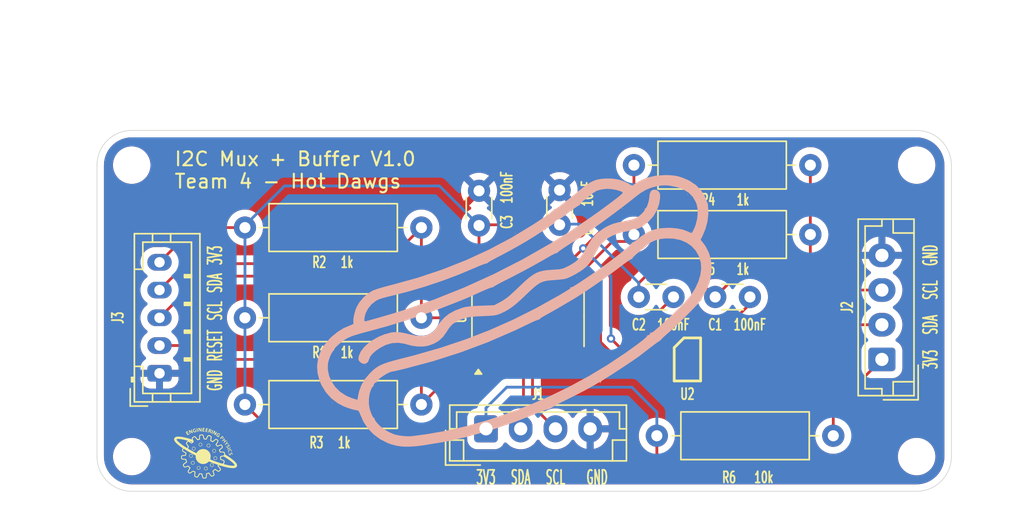
<source format=kicad_pcb>
(kicad_pcb (version 20241229) (generator "pcbnew") (generator_version "9.0")
  (layers (0 "F.Cu" signal) (2 "B.Cu" signal) (13 "F.Paste" user) (15 "B.Paste" user) (5 "F.SilkS" user "F.Silkscreen") (7 "B.SilkS" user "B.Silkscreen") (1 "F.Mask" user) (3 "B.Mask" user) (25 "Edge.Cuts" user))
  (net 0 "")
  (net 1 "+3V3")
  (net 2 "Net-(U2-VCCB)")
  (net 3 "Net-(U2-VCCA)")
  (net 4 "GND")
  (net 5 "Net-(J1-Pin_3)")
  (net 6 "Net-(J1-Pin_2)")
  (net 7 "Net-(J2-Pin_2)")
  (net 8 "Net-(J2-Pin_3)")
  (net 9 "Net-(J3-Pin_2)")
  (net 10 "Net-(J3-Pin_3)")
  (net 11 "Net-(J3-Pin_4)")
  (net 12 "Net-(U2-EN)")
  (net 23 "Net-(U1-SC4)")
  (net 24 "Net-(U1-SD4)")
  (footprint "Library:DGK0008A" (layer "F.Cu") (at 86 88.5)
    (property "Reference" "U2" (at 0.000002 2.5 0) (layer "F.SilkS") (effects (font (size 0.8 0.5) (thickness 0.125))))
    (property "Value" "TCA9617ADGKR")
    (pad "1" smd oval (at -2.099998 -0.975002 90) (size 0.449999 1.699999) (layers "F.Cu" "F.Mask" "F.Paste") (net 3 "Net-(U2-VCCA)"))
    (pad "2" smd oval (at -2.099998 -0.325001 90) (size 0.449999 1.699999) (layers "F.Cu" "F.Mask" "F.Paste") (net 23 "Net-(U1-SC4)"))
    (pad "3" smd oval (at -2.099998 0.324998 90) (size 0.449999 1.699999) (layers "F.Cu" "F.Mask" "F.Paste") (net 24 "Net-(U1-SD4)"))
    (pad "4" smd oval (at -2.099998 0.974999 90) (size 0.449999 1.699999) (layers "F.Cu" "F.Mask" "F.Paste") (net 4 "GND"))
    (pad "5" smd oval (at 2.100001 0.974999 90) (size 0.449999 1.699999) (layers "F.Cu" "F.Mask" "F.Paste") (net 12 "Net-(U2-EN)"))
    (pad "6" smd oval (at 2.100001 0.324998 90) (size 0.449999 1.699999) (layers "F.Cu" "F.Mask" "F.Paste") (net 7 "Net-(J2-Pin_2)"))
    (pad "7" smd oval (at 2.100001 -0.325001 90) (size 0.449999 1.699999) (layers "F.Cu" "F.Mask" "F.Paste") (net 8 "Net-(J2-Pin_3)"))
    (pad "8" smd oval (at 2.100001 -0.975002 90) (size 0.449999 1.699999) (layers "F.Cu" "F.Mask" "F.Paste") (net 2 "Net-(U2-VCCB)"))
  )
  (footprint "Resistor_THT:R_Axial_DIN0309_L9.0mm_D3.2mm_P12.70mm_Horizontal" (layer "F.Cu") (at 96.5 94 180)
    (property "Reference" "R6" (at 7.5 -3 0) (layer "F.SilkS") (effects (font (size 0.8 0.5) (thickness 0.125))))
    (property "Value" "10k" (at 5 -3 0) (layer "F.SilkS") (effects (font (size 0.8 0.5) (thickness 0.125))))
    (pad "1" thru_hole circle (at 0 0 180) (size 1.6 1.6) (drill 0.8) (layers "*.Cu" "*.Mask") (net 12 "Net-(U2-EN)"))
    (pad "2" thru_hole circle (at 12.7 0 180) (size 1.6 1.6) (drill 0.8) (layers "*.Cu" "*.Mask") (net 1 "+3V3"))
  )
  (footprint "Connector_JST:JST_EH_B4B-EH-A_1x04_P2.50mm_Vertical" (layer "F.Cu") (at 71.5 93.5)
    (property "Reference" "J1" (at 3.75 -2.5 0) (layer "F.SilkS") (effects (font (size 0.8 0.5) (thickness 0.125))))
    (property "Value" "ToF Chassis")
    (pad "1" thru_hole roundrect (at 0 0) (size 1.7 1.95) (drill 0.95) (layers "*.Cu" "*.Mask") (roundrect_rratio 0.147059) (net 1 "+3V3"))
    (pad "2" thru_hole oval (at 2.5 0) (size 1.7 1.95) (drill 0.95) (layers "*.Cu" "*.Mask") (net 6 "Net-(J1-Pin_2)"))
    (pad "3" thru_hole oval (at 5 0) (size 1.7 1.95) (drill 0.95) (layers "*.Cu" "*.Mask") (net 5 "Net-(J1-Pin_3)"))
    (pad "4" thru_hole oval (at 7.5 0) (size 1.7 1.95) (drill 0.95) (layers "*.Cu" "*.Mask") (net 4 "GND"))
  )
  (footprint "Capacitor_THT:C_Disc_D3.0mm_W1.6mm_P2.50mm" (layer "F.Cu") (at 71 78.85 90)
    (property "Reference" "C3" (at 0.25 2 90) (layer "F.SilkS") (effects (font (size 0.8 0.5) (thickness 0.125))))
    (property "Value" "100nF" (at 2.75 2 90) (layer "F.SilkS") (effects (font (size 0.8 0.5) (thickness 0.125))))
    (pad "1" thru_hole circle (at 0 0 90) (size 1.6 1.6) (drill 0.8) (layers "*.Cu" "*.Mask") (net 1 "+3V3"))
    (pad "2" thru_hole circle (at 2.5 0 90) (size 1.6 1.6) (drill 0.8) (layers "*.Cu" "*.Mask") (net 4 "GND"))
  )
  (footprint "Capacitor_THT:C_Disc_D3.0mm_W1.6mm_P2.50mm" (layer "F.Cu") (at 76.8 78.8 90)
    (property "Reference" "C4" (at -0.25 2 90) (layer "F.SilkS") (effects (font (size 0.8 0.5) (thickness 0.125))))
    (property "Value" "10uF" (at 2.25 2 90) (layer "F.SilkS") (effects (font (size 0.8 0.5) (thickness 0.125))))
    (pad "1" thru_hole circle (at 0 0 90) (size 1.6 1.6) (drill 0.8) (layers "*.Cu" "*.Mask") (net 1 "+3V3"))
    (pad "2" thru_hole circle (at 2.5 0 90) (size 1.6 1.6) (drill 0.8) (layers "*.Cu" "*.Mask") (net 4 "GND"))
  )
  (footprint "MountingHole:MountingHole_2.2mm_M2" (layer "F.Cu") (at 102.5 95.5)
    (property "Reference" "REF**" (hide yes))
    (property "Value" "MountingHole_2.2mm_M2" (hide yes))
    (pad "" np_thru_hole circle (at 0 0) (size 2.2 2.2) (drill 2.2) (layers "*.Cu" "*.Mask"))
  )
  (footprint "Capacitor_THT:C_Disc_D3.0mm_W1.6mm_P2.50mm" (layer "F.Cu") (at 88 84)
    (property "Reference" "C1" (at 0 2 0) (layer "F.SilkS") (effects (font (size 0.8 0.5) (thickness 0.125))))
    (property "Value" "100nF" (at 2.5 2 0) (layer "F.SilkS") (effects (font (size 0.8 0.5) (thickness 0.125))))
    (pad "1" thru_hole circle (at 0 0) (size 1.6 1.6) (drill 0.8) (layers "*.Cu" "*.Mask") (net 1 "+3V3"))
    (pad "2" thru_hole circle (at 2.5 0) (size 1.6 1.6) (drill 0.8) (layers "*.Cu" "*.Mask") (net 2 "Net-(U2-VCCB)"))
  )
  (footprint "Package_SO:TSSOP-24_4.4x7.8mm_P0.65mm" (layer "F.Cu") (at 74.525 85.3625 90)
    (property "Reference" "U1" (at 0 -4.85 90) (layer "F.SilkS") (effects (font (size 0.8 0.5) (thickness 0.125))))
    (property "Value" "TCA9548APWR")
    (pad "1" smd roundrect (at -2.8625 -3.575 90) (size 1.475 0.4) (layers "F.Cu" "F.Mask" "F.Paste") (net 4 "GND"))
    (pad "2" smd roundrect (at -2.8625 -2.925 90) (size 1.475 0.4) (layers "F.Cu" "F.Mask" "F.Paste") (net 4 "GND"))
    (pad "3" smd roundrect (at -2.8625 -2.275 90) (size 1.475 0.4) (layers "F.Cu" "F.Mask" "F.Paste") (net 9 "Net-(J3-Pin_2)"))
    (pad "4" smd roundrect (at -2.8625 -1.625 90) (size 1.475 0.4) (layers "F.Cu" "F.Mask" "F.Paste"))
    (pad "5" smd roundrect (at -2.8625 -0.975 90) (size 1.475 0.4) (layers "F.Cu" "F.Mask" "F.Paste"))
    (pad "6" smd roundrect (at -2.8625 -0.325 90) (size 1.475 0.4) (layers "F.Cu" "F.Mask" "F.Paste") (net 6 "Net-(J1-Pin_2)"))
    (pad "7" smd roundrect (at -2.8625 0.325 90) (size 1.475 0.4) (layers "F.Cu" "F.Mask" "F.Paste") (net 5 "Net-(J1-Pin_3)"))
    (pad "8" smd roundrect (at -2.8625 0.975 90) (size 1.475 0.4) (layers "F.Cu" "F.Mask" "F.Paste"))
    (pad "9" smd roundrect (at -2.8625 1.625 90) (size 1.475 0.4) (layers "F.Cu" "F.Mask" "F.Paste"))
    (pad "10" smd roundrect (at -2.8625 2.275 90) (size 1.475 0.4) (layers "F.Cu" "F.Mask" "F.Paste"))
    (pad "11" smd roundrect (at -2.8625 2.925 90) (size 1.475 0.4) (layers "F.Cu" "F.Mask" "F.Paste"))
    (pad "12" smd roundrect (at -2.8625 3.575 90) (size 1.475 0.4) (layers "F.Cu" "F.Mask" "F.Paste") (net 4 "GND"))
    (pad "13" smd roundrect (at 2.8625 3.575 90) (size 1.475 0.4) (layers "F.Cu" "F.Mask" "F.Paste") (net 24 "Net-(U1-SD4)"))
    (pad "14" smd roundrect (at 2.8625 2.925 90) (size 1.475 0.4) (layers "F.Cu" "F.Mask" "F.Paste") (net 23 "Net-(U1-SC4)"))
    (pad "15" smd roundrect (at 2.8625 2.275 90) (size 1.475 0.4) (layers "F.Cu" "F.Mask" "F.Paste"))
    (pad "16" smd roundrect (at 2.8625 1.625 90) (size 1.475 0.4) (layers "F.Cu" "F.Mask" "F.Paste"))
    (pad "17" smd roundrect (at 2.8625 0.975 90) (size 1.475 0.4) (layers "F.Cu" "F.Mask" "F.Paste"))
    (pad "18" smd roundrect (at 2.8625 0.325 90) (size 1.475 0.4) (layers "F.Cu" "F.Mask" "F.Paste"))
    (pad "19" smd roundrect (at 2.8625 -0.325 90) (size 1.475 0.4) (layers "F.Cu" "F.Mask" "F.Paste"))
    (pad "20" smd roundrect (at 2.8625 -0.975 90) (size 1.475 0.4) (layers "F.Cu" "F.Mask" "F.Paste"))
    (pad "21" smd roundrect (at 2.8625 -1.625 90) (size 1.475 0.4) (layers "F.Cu" "F.Mask" "F.Paste") (net 4 "GND"))
    (pad "22" smd roundrect (at 2.8625 -2.275 90) (size 1.475 0.4) (layers "F.Cu" "F.Mask" "F.Paste") (net 10 "Net-(J3-Pin_3)"))
    (pad "23" smd roundrect (at 2.8625 -2.925 90) (size 1.475 0.4) (layers "F.Cu" "F.Mask" "F.Paste") (net 11 "Net-(J3-Pin_4)"))
    (pad "24" smd roundrect (at 2.8625 -3.575 90) (size 1.475 0.4) (layers "F.Cu" "F.Mask" "F.Paste") (net 1 "+3V3"))
  )
  (footprint "Resistor_THT:R_Axial_DIN0309_L9.0mm_D3.2mm_P12.70mm_Horizontal" (layer "F.Cu") (at 82.15 79.5)
    (property "Reference" "R5" (at 5.35 2.5 0) (layer "F.SilkS") (effects (font (size 0.8 0.5) (thickness 0.125))))
    (property "Value" "1k" (at 7.85 2.5 0) (layer "F.SilkS") (effects (font (size 0.8 0.5) (thickness 0.125))))
    (pad "1" thru_hole circle (at 0 0) (size 1.6 1.6) (drill 0.8) (layers "*.Cu" "*.Mask") (net 24 "Net-(U1-SD4)"))
    (pad "2" thru_hole circle (at 12.7 0) (size 1.6 1.6) (drill 0.8) (layers "*.Cu" "*.Mask") (net 1 "+3V3"))
  )
  (footprint "MountingHole:MountingHole_2.2mm_M2" (layer "F.Cu") (at 46 74.5)
    (property "Reference" "REF**" (hide yes))
    (property "Value" "MountingHole_2.2mm_M2" (hide yes))
    (pad "" np_thru_hole circle (at 0 0) (size 2.2 2.2) (drill 2.2) (layers "*.Cu" "*.Mask"))
  )
  (footprint "Capacitor_THT:C_Disc_D3.0mm_W1.6mm_P2.50mm" (layer "F.Cu") (at 82.5 84)
    (property "Reference" "C2" (at 0 2 0) (layer "F.SilkS") (effects (font (size 0.8 0.5) (thickness 0.125))))
    (property "Value" "100nF" (hide yes))
    (pad "1" thru_hole circle (at 0 0) (size 1.6 1.6) (drill 0.8) (layers "*.Cu" "*.Mask") (net 1 "+3V3"))
    (pad "2" thru_hole circle (at 2.5 0) (size 1.6 1.6) (drill 0.8) (layers "*.Cu" "*.Mask") (net 3 "Net-(U2-VCCA)"))
  )
  (footprint "lib_luca:fizz-logo" (layer "F.Cu") (at 51.25 95.25)
    (property "Reference" "G***" (hide yes))
    (property "Value" "LOGO" (hide yes))
  )
  (footprint "Resistor_THT:R_Axial_DIN0309_L9.0mm_D3.2mm_P12.70mm_Horizontal" (layer "F.Cu") (at 54.15 79)
    (property "Reference" "R2" (at 5.35 2.5 0) (layer "F.SilkS") (effects (font (size 0.8 0.5) (thickness 0.125))))
    (property "Value" "1k" (hide yes))
    (pad "1" thru_hole circle (at 0 0) (size 1.6 1.6) (drill 0.8) (layers "*.Cu" "*.Mask") (net 1 "+3V3"))
    (pad "2" thru_hole circle (at 12.7 0) (size 1.6 1.6) (drill 0.8) (layers "*.Cu" "*.Mask") (net 11 "Net-(J3-Pin_4)"))
  )
  (footprint "Resistor_THT:R_Axial_DIN0309_L9.0mm_D3.2mm_P12.70mm_Horizontal" (layer "F.Cu") (at 82.15 74.5)
    (property "Reference" "R4" (at 5.35 2.5 0) (layer "F.SilkS") (effects (font (size 0.8 0.5) (thickness 0.125))))
    (property "Value" "1k" (hide yes))
    (pad "1" thru_hole circle (at 0 0) (size 1.6 1.6) (drill 0.8) (layers "*.Cu" "*.Mask") (net 23 "Net-(U1-SC4)"))
    (pad "2" thru_hole circle (at 12.7 0) (size 1.6 1.6) (drill 0.8) (layers "*.Cu" "*.Mask") (net 1 "+3V3"))
  )
  (footprint "Connector_JST:JST_PH_B5B-PH-K_1x05_P2.00mm_Vertical" (layer "F.Cu") (at 48 89.5 90)
    (property "Reference" "J3" (at 4 -3 90) (layer "F.SilkS") (effects (font (size 0.8 0.5) (thickness 0.125))))
    (property "Value" "Raspberry Pi")
    (pad "1" thru_hole roundrect (at 0 0 90) (size 1.2 1.75) (drill 0.75) (layers "*.Cu" "*.Mask") (roundrect_rratio 0.208333) (net 4 "GND"))
    (pad "2" thru_hole oval (at 2 0 90) (size 1.2 1.75) (drill 0.75) (layers "*.Cu" "*.Mask") (net 9 "Net-(J3-Pin_2)"))
    (pad "3" thru_hole oval (at 4 0 90) (size 1.2 1.75) (drill 0.75) (layers "*.Cu" "*.Mask") (net 10 "Net-(J3-Pin_3)"))
    (pad "4" thru_hole oval (at 6 0 90) (size 1.2 1.75) (drill 0.75) (layers "*.Cu" "*.Mask") (net 11 "Net-(J3-Pin_4)"))
    (pad "5" thru_hole oval (at 8 0 90) (size 1.2 1.75) (drill 0.75) (layers "*.Cu" "*.Mask") (net 1 "+3V3"))
  )
  (footprint "MountingHole:MountingHole_2.2mm_M2" (layer "F.Cu") (at 102.5 74.5)
    (property "Reference" "REF**" (hide yes))
    (property "Value" "MountingHole_2.2mm_M2" (hide yes))
    (pad "" np_thru_hole circle (at 0 0) (size 2.2 2.2) (drill 2.2) (layers "*.Cu" "*.Mask"))
  )
  (footprint "MountingHole:MountingHole_2.2mm_M2" (layer "F.Cu") (at 46 95.5)
    (property "Reference" "REF**" (hide yes))
    (property "Value" "MountingHole_2.2mm_M2")
    (pad "" np_thru_hole circle (at 0 0) (size 2.2 2.2) (drill 2.2) (layers "*.Cu" "*.Mask"))
  )
  (footprint "Connector_JST:JST_EH_B4B-EH-A_1x04_P2.50mm_Vertical" (layer "F.Cu") (at 100 88.5 90)
    (property "Reference" "J2" (at 3.75 -2.5 90) (layer "F.SilkS") (effects (font (size 0.8 0.5) (thickness 0.125))))
    (property "Value" "ToF Claw")
    (pad "1" thru_hole roundrect (at 0 0 90) (size 1.7 1.95) (drill 0.95) (layers "*.Cu" "*.Mask") (roundrect_rratio 0.147059) (net 1 "+3V3"))
    (pad "2" thru_hole oval (at 2.5 0 90) (size 1.7 1.95) (drill 0.95) (layers "*.Cu" "*.Mask") (net 7 "Net-(J2-Pin_2)"))
    (pad "3" thru_hole oval (at 5 0 90) (size 1.7 1.95) (drill 0.95) (layers "*.Cu" "*.Mask") (net 8 "Net-(J2-Pin_3)"))
    (pad "4" thru_hole oval (at 7.5 0 90) (size 1.7 1.95) (drill 0.95) (layers "*.Cu" "*.Mask") (net 4 "GND"))
  )
  (footprint "Resistor_THT:R_Axial_DIN0309_L9.0mm_D3.2mm_P12.70mm_Horizontal" (layer "F.Cu") (at 54.15 85.5)
    (property "Reference" "R1" (at 5.35 2.5 0) (layer "F.SilkS") (effects (font (size 0.8 0.5) (thickness 0.125))))
    (property "Value" "1k" (hide yes))
    (pad "1" thru_hole circle (at 0 0) (size 1.6 1.6) (drill 0.8) (layers "*.Cu" "*.Mask") (net 1 "+3V3"))
    (pad "2" thru_hole circle (at 12.7 0) (size 1.6 1.6) (drill 0.8) (layers "*.Cu" "*.Mask") (net 10 "Net-(J3-Pin_3)"))
  )
  (footprint "Resistor_THT:R_Axial_DIN0309_L9.0mm_D3.2mm_P12.70mm_Horizontal" (layer "F.Cu") (at 54.15 91.75)
    (property "Reference" "R3" (at 5.147619 2.75 0) (layer "F.SilkS") (effects (font (size 0.8 0.5) (thickness 0.125))))
    (property "Value" "1k" (hide yes))
    (pad "1" thru_hole circle (at 0 0) (size 1.6 1.6) (drill 0.8) (layers "*.Cu" "*.Mask") (net 1 "+3V3"))
    (pad "2" thru_hole circle (at 12.7 0) (size 1.6 1.6) (drill 0.8) (layers "*.Cu" "*.Mask") (net 9 "Net-(J3-Pin_2)"))
  )
  (footprint "lib_luca:hotdog-taichi" (layer "B.Cu") (at 73.5 85 180)
    (property "Reference" "G***" (hide yes))
    (property "Value" "LOGO" (hide yes))
  )
  (gr_line (start 43.5 95.5) (end 43.5 74.5) (stroke (width 0.05)) (layer "Edge.Cuts"))
  (gr_line (start 102.5 98) (end 46 98) (stroke (width 0.05)) (layer "Edge.Cuts"))
  (gr_line (start 105 74.5) (end 105 95.5) (stroke (width 0.05)) (layer "Edge.Cuts"))
  (gr_arc (start 105 95.5) (mid 104.267767 97.267767) (end 102.5 98) (stroke (width 0.05)) (layer "Edge.Cuts"))
  (gr_arc (start 102.5 72) (mid 104.267767 72.732233) (end 105 74.5) (stroke (width 0.05)) (layer "Edge.Cuts"))
  (gr_line (start 46 72) (end 102.5 72) (stroke (width 0.05)) (layer "Edge.Cuts"))
  (gr_arc (start 43.5 74.5) (mid 44.232233 72.732233) (end 46 72) (stroke (width 0.05)) (layer "Edge.Cuts"))
  (gr_arc (start 46 98) (mid 44.232233 97.267767) (end 43.5 95.5) (stroke (width 0.05)) (layer "Edge.Cuts"))
  (gr_text "RESET" (at 52 87.5 90) (layer "F.SilkS") (effects (font (size 1 0.5) (thickness 0.125))))
  (gr_text "1k" (at 61.297619 94.5 0) (layer "F.SilkS") (effects (font (size 0.8 0.5) (thickness 0.125))))
  (gr_text "SDA" (at 74 97 0) (layer "F.SilkS") (effects (font (size 1 0.5) (thickness 0.125))))
  (gr_text "SDA" (at 103.5 86 90) (layer "F.SilkS") (effects (font (size 1 0.5) (thickness 0.125))))
  (gr_text "GND" (at 103.5 81 90) (layer "F.SilkS") (effects (font (size 1 0.5) (thickness 0.125))))
  (gr_text "1k" (at 61.5 88 0) (layer "F.SilkS") (effects (font (size 0.8 0.5) (thickness 0.125))))
  (gr_text "SCL" (at 76.5 97 0) (layer "F.SilkS") (effects (font (size 1 0.5) (thickness 0.125))))
  (gr_text "100nF" (at 85 86 0) (layer "F.SilkS") (effects (font (size 0.8 0.5) (thickness 0.125))))
  (gr_text "1k" (at 90 77 0) (layer "F.SilkS") (effects (font (size 0.8 0.5) (thickness 0.125))))
  (gr_text "3V3" (at 71.5 97 0) (layer "F.SilkS") (effects (font (size 1 0.5) (thickness 0.125))))
  (gr_text "1k" (at 61.5 81.5 0) (layer "F.SilkS") (effects (font (size 0.8 0.5) (thickness 0.125))))
  (gr_text "SDA" (at 52 83 90) (layer "F.SilkS") (effects (font (size 1 0.5) (thickness 0.125))))
  (gr_text "SCL" (at 103.5 83.5 90) (layer "F.SilkS") (effects (font (size 1 0.5) (thickness 0.125))))
  (gr_text "GND" (at 79.5 97 0) (layer "F.SilkS") (effects (font (size 1 0.5) (thickness 0.125))))
  (gr_text "3V3" (at 52 81 90) (layer "F.SilkS") (effects (font (size 1 0.5) (thickness 0.125))))
  (gr_text "3V3" (at 103.5 88.5 90) (layer "F.SilkS") (effects (font (size 1 0.5) (thickness 0.125))))
  (gr_text "GND" (at 52 90 90) (layer "F.SilkS") (effects (font (size 1 0.5) (thickness 0.125))))
  (gr_text "I2C Mux + Buffer V1.0\nTeam 4 - Hot Dawgs" (at 49 76.25 0) (layer "F.SilkS") (effects (font (size 1 1)) (justify left bottom)))
  (gr_text "SCL" (at 52 85 90) (layer "F.SilkS") (effects (font (size 1 0.5) (thickness 0.125))))
  (segment (start 97 96.5) (end 98 95.5) (width 0.2) (layer "F.Cu") (net 1))
  (segment (start 83.8 94) (end 83.8 95.3) (width 0.2) (layer "F.Cu") (net 1))
  (segment (start 82.5 83) (end 82.5 84) (width 0.2) (layer "F.Cu") (net 1))
  (segment (start 85 96.5) (end 97 96.5) (width 0.2) (layer "F.Cu") (net 1))
  (segment (start 100 88.5) (end 98 90.5) (width 0.2) (layer "F.Cu") (net 1))
  (segment (start 83.8 95.3) (end 85 96.5) (width 0.2) (layer "F.Cu") (net 1))
  (segment (start 71 78.85) (end 71 82.45) (width 0.2) (layer "F.Cu") (net 1))
  (segment (start 76.8 78.8) (end 71.05 78.8) (width 0.2) (layer "F.Cu") (net 1))
  (segment (start 94.85 81.15) (end 94.85 80) (width 0.2) (layer "F.Cu") (net 1))
  (segment (start 88 84) (end 86.5 82.5) (width 0.2) (layer "F.Cu") (net 1))
  (segment (start 98 90.5) (end 98 95.5) (width 0.2) (layer "F.Cu") (net 1))
  (segment (start 71 82.45) (end 70.95 82.5) (width 0.2) (layer "F.Cu") (net 1))
  (segment (start 94.85 80) (end 94.85 74.5) (width 0.2) (layer "F.Cu") (net 1))
  (segment (start 56 93.5) (end 71.5 93.5) (width 0.2) (layer "F.Cu") (net 1))
  (segment (start 83 82.5) (end 82.5 83) (width 0.2) (layer "F.Cu") (net 1))
  (segment (start 55.9 93.5) (end 56 93.5) (width 0.2) (layer "F.Cu") (net 1))
  (segment (start 71.05 78.8) (end 71 78.85) (width 0.2) (layer "F.Cu") (net 1))
  (segment (start 54.15 91.75) (end 55.9 93.5) (width 0.2) (layer "F.Cu") (net 1))
  (segment (start 50.5 79) (end 52 79) (width 0.2) (layer "F.Cu") (net 1))
  (segment (start 93.5 82.5) (end 94.85 81.15) (width 0.2) (layer "F.Cu") (net 1))
  (segment (start 48 81.5) (end 50.5 79) (width 0.2) (layer "F.Cu") (net 1))
  (segment (start 89.5 82.5) (end 93.5 82.5) (width 0.2) (layer "F.Cu") (net 1))
  (segment (start 52 79) (end 54.15 79) (width 0.2) (layer "F.Cu") (net 1))
  (segment (start 88 84) (end 89.5 82.5) (width 0.2) (layer "F.Cu") (net 1))
  (segment (start 86.5 82.5) (end 83 82.5) (width 0.2) (layer "F.Cu") (net 1))
  (segment (start 73 90.5) (end 82 90.5) (width 0.2) (layer "B.Cu") (net 1))
  (segment (start 54.15 78.85) (end 54.15 79) (width 0.2) (layer "B.Cu") (net 1))
  (segment (start 71.5 93.5) (end 71.5 92) (width 0.2) (layer "B.Cu") (net 1))
  (segment (start 76.8 78.8) (end 76.85 78.75) (width 0.2) (layer "B.Cu") (net 1))
  (segment (start 68.15 76) (end 57 76) (width 0.2) (layer "B.Cu") (net 1))
  (segment (start 82 90.5) (end 83.8 92.3) (width 0.2) (layer "B.Cu") (net 1))
  (segment (start 57 76) (end 54.15 78.85) (width 0.2) (layer "B.Cu") (net 1))
  (segment (start 76.85 78.75) (end 78.25 78.75) (width 0.2) (layer "B.Cu") (net 1))
  (segment (start 78.25 78.75) (end 82.5 83) (width 0.2) (layer "B.Cu") (net 1))
  (segment (start 82.5 83) (end 82.5 84) (width 0.2) (layer "B.Cu") (net 1))
  (segment (start 83.8 92.3) (end 83.8 94) (width 0.2) (layer "B.Cu") (net 1))
  (segment (start 71 78.85) (end 68.15 76) (width 0.2) (layer "B.Cu") (net 1))
  (segment (start 54.15 81) (end 54.15 91.75) (width 0.2) (layer "B.Cu") (net 1))
  (segment (start 54.15 79) (end 54.15 81) (width 0.2) (layer "B.Cu") (net 1))
  (segment (start 71.5 92) (end 73 90.5) (width 0.2) (layer "B.Cu") (net 1))
  (segment (start 90.5 84) (end 90.5 84.5) (width 0.2) (layer "F.Cu") (net 2))
  (segment (start 88.100001 86.899999) (end 88.100001 87.524998) (width 0.2) (layer "F.Cu") (net 2))
  (segment (start 90.5 84.5) (end 88.100001 86.899999) (width 0.2) (layer "F.Cu") (net 2))
  (segment (start 83.900002 85.099998) (end 85 84) (width 0.2) (layer "F.Cu") (net 3))
  (segment (start 83.900002 87.524998) (end 83.900002 85.099998) (width 0.2) (layer "F.Cu") (net 3))
  (segment (start 72.9 82.5) (end 72.9 86.26763) (width 0.2) (layer "F.Cu") (net 4))
  (segment (start 70.95 88.225) (end 71.6 88.225) (width 0.2) (layer "F.Cu") (net 4))
  (segment (start 72.9 86.26763) (end 71.6 87.56763) (width 0.2) (layer "F.Cu") (net 4))
  (segment (start 71.6 87.56763) (end 71.6 88.225) (width 0.2) (layer "F.Cu") (net 4))
  (segment (start 76.5 93.5) (end 74.85 91.85) (width 0.2) (layer "F.Cu") (net 5))
  (segment (start 74.85 91.85) (end 74.85 88.225) (width 0.2) (layer "F.Cu") (net 5))
  (segment (start 74.2 93.3) (end 74.2 88.225) (width 0.2) (layer "F.Cu") (net 6))
  (segment (start 74 93.5) (end 74.2 93.3) (width 0.2) (layer "F.Cu") (net 6))
  (segment (start 93.175002 88.824998) (end 88.100001 88.824998) (width 0.2) (layer "F.Cu") (net 7))
  (segment (start 100 86) (end 96 86) (width 0.2) (layer "F.Cu") (net 7))
  (segment (start 96 86) (end 93.175002 88.824998) (width 0.2) (layer "F.Cu") (net 7))
  (segment (start 88.100001 88.174999) (end 92.825001 88.174999) (width 0.2) (layer "F.Cu") (net 8))
  (segment (start 97.5 83.5) (end 92.825001 88.174999) (width 0.2) (layer "F.Cu") (net 8))
  (segment (start 100 83.5) (end 97.5 83.5) (width 0.2) (layer "F.Cu") (net 8))
  (segment (start 52 88.5) (end 65.5 88.5) (width 0.2) (layer "F.Cu") (net 9))
  (segment (start 71.25 90.75) (end 72.25 89.75) (width 0.2) (layer "F.Cu") (net 9))
  (segment (start 65.5 88.5) (end 66.85 89.85) (width 0.2) (layer "F.Cu") (net 9))
  (segment (start 48 87.5) (end 51 87.5) (width 0.2) (layer "F.Cu") (net 9))
  (segment (start 72.25 89.75) (end 72.25 88.225) (width 0.2) (layer "F.Cu") (net 9))
  (segment (start 67.85 90.75) (end 71.25 90.75) (width 0.2) (layer "F.Cu") (net 9))
  (segment (start 66.85 89.85) (end 66.85 91.75) (width 0.2) (layer "F.Cu") (net 9))
  (segment (start 51 87.5) (end 52 88.5) (width 0.2) (layer "F.Cu") (net 9))
  (segment (start 66.85 91.75) (end 67.85 90.75) (width 0.2) (layer "F.Cu") (net 9))
  (segment (start 66.85 85.5) (end 71.1 85.5) (width 0.2) (layer "F.Cu") (net 10))
  (segment (start 51 82.5) (end 65.7 82.5) (width 0.2) (layer "F.Cu") (net 10))
  (segment (start 65.7 82.5) (end 66.85 83.65) (width 0.2) (layer "F.Cu") (net 10))
  (segment (start 48 85.5) (end 51 82.5) (width 0.2) (layer "F.Cu") (net 10))
  (segment (start 72.25 84.35) (end 72.25 82.5) (width 0.2) (layer "F.Cu") (net 10))
  (segment (start 71.1 85.5) (end 72.25 84.35) (width 0.2) (layer "F.Cu") (net 10))
  (segment (start 66.85 83.65) (end 66.85 85.5) (width 0.2) (layer "F.Cu") (net 10))
  (segment (start 69.4 84) (end 71 84) (width 0.2) (layer "F.Cu") (net 11))
  (segment (start 64.25 81.6) (end 66.85 79) (width 0.2) (layer "F.Cu") (net 11))
  (segment (start 48 83.5) (end 49.9 81.6) (width 0.2) (layer "F.Cu") (net 11))
  (segment (start 66.85 79) (end 66.85 81.45) (width 0.2) (layer "F.Cu") (net 11))
  (segment (start 66.85 81.45) (end 69.4 84) (width 0.2) (layer "F.Cu") (net 11))
  (segment (start 71.6 83.4) (end 71.6 82.5) (width 0.2) (layer "F.Cu") (net 11))
  (segment (start 71 84) (end 71.6 83.4) (width 0.2) (layer "F.Cu") (net 11))
  (segment (start 49.9 81.6) (end 64.25 81.6) (width 0.2) (layer "F.Cu") (net 11))
  (segment (start 96.5 94) (end 96.5 92) (width 0.2) (layer "F.Cu") (net 12))
  (segment (start 93.974999 89.474999) (end 88.100001 89.474999) (width 0.2) (layer "F.Cu") (net 12))
  (segment (start 96.5 92) (end 93.974999 89.474999) (width 0.2) (layer "F.Cu") (net 12))
  (segment (start 78.5 80.5) (end 82.15 76.85) (width 0.2) (layer "F.Cu") (net 23))
  (segment (start 77.45 81.55) (end 77.45 82.5) (width 0.2) (layer "F.Cu") (net 23))
  (segment (start 81.674999 88.174999) (end 83.900002 88.174999) (width 0.2) (layer "F.Cu") (net 23))
  (segment (start 80.5 87) (end 81.674999 88.174999) (width 0.2) (layer "F.Cu") (net 23))
  (segment (start 78.5 80.5) (end 77.45 81.55) (width 0.2) (layer "F.Cu") (net 23))
  (segment (start 82.15 76.85) (end 82.15 74.5) (width 0.2) (layer "F.Cu") (net 23))
  (via (at 78.5 80.5) (size 0.6) (drill 0.3) (layers "F.Cu" "B.Cu") (net 23))
  (via (at 80.5 87) (size 0.6) (drill 0.3) (layers "F.Cu" "B.Cu") (net 23))
  (segment (start 78.517835 80.517835) (end 80.5 82.5) (width 0.2) (layer "B.Cu") (net 23))
  (segment (start 78.5 80.5) (end 78.482165 80.517835) (width 0.2) (layer "B.Cu") (net 23))
  (segment (start 80.5 82.5) (end 80.5 87) (width 0.2) (layer "B.Cu") (net 23))
  (segment (start 78.482165 80.517835) (end 78.517835 80.517835) (width 0.2) (layer "B.Cu") (net 23))
  (segment (start 79.75 87.25) (end 79.75 82.75) (width 0.2) (layer "F.Cu") (net 24))
  (segment (start 78.1 82.5) (end 78.8 81.8) (width 0.2) (layer "F.Cu") (net 24))
  (segment (start 80.6 80) (end 82.15 80) (width 0.2) (layer "F.Cu") (net 24))
  (segment (start 79.75 82.75) (end 78.8 81.8) (width 0.2) (layer "F.Cu") (net 24))
  (segment (start 83.900002 88.824998) (end 81.324998 88.824998) (width 0.2) (layer "F.Cu") (net 24))
  (segment (start 81.324998 88.824998) (end 79.75 87.25) (width 0.2) (layer "F.Cu") (net 24))
  (segment (start 78.8 81.8) (end 80.6 80) (width 0.2) (layer "F.Cu") (net 24))
  (zone (net 4) (net_name "GND") (layers "F.Cu" "B.Cu") (connect_pads (clearance 0.5)) (min_thickness 0.25) (fill yes (thermal_gap 0.5) (thermal_bridge_width 0.5))
    (polygon (pts (xy 43.5 72) (xy 105 72) (xy 105 98) (xy 43.5 98)))
  )
)
</source>
